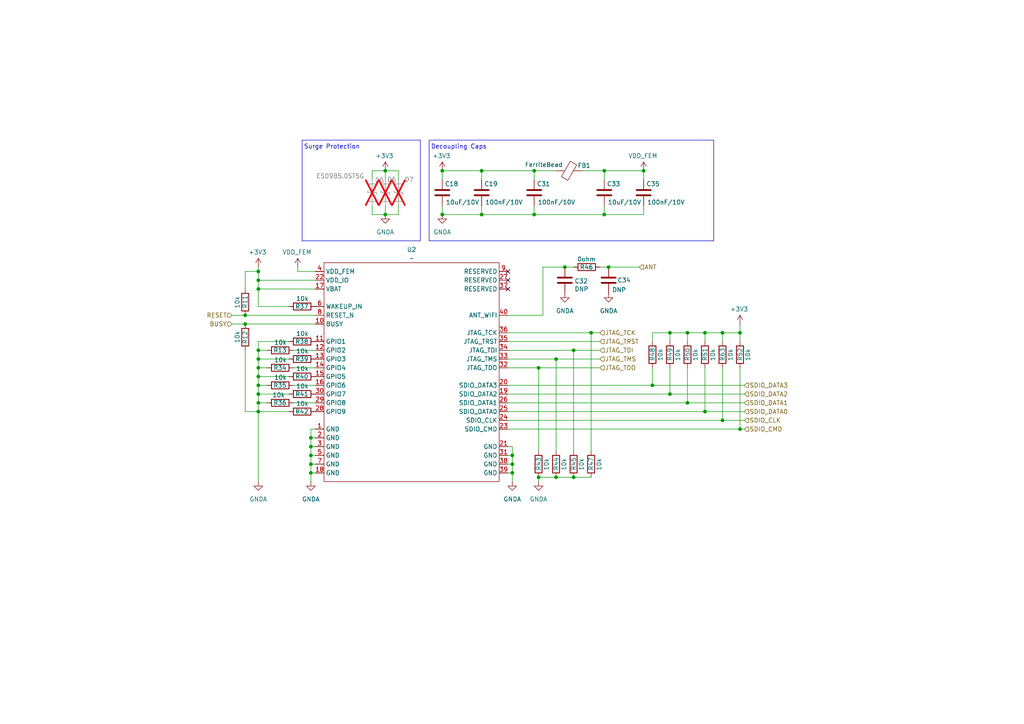
<source format=kicad_sch>
(kicad_sch (version 20231120) (generator "eeschema") (generator_version "8.0")
  (paper "A4")
  (lib_symbols
    (symbol "Device:C" (pin_numbers hide) (pin_names (offset 0.254))
      (property "Reference" "C" (at 0.635 2.54 0))
      (property "Value" "C" (at 0.635 -2.54 0))
      (symbol "C_0_1"
        (polyline (pts (xy -2.032 -0.762) (xy 2.032 -0.762)) (stroke (width 0.508)))
        (polyline (pts (xy -2.032 0.762) (xy 2.032 0.762)) (stroke (width 0.508)))
      )
      (symbol "C_1_1"
        (pin passive line (at 0 3.81 270) (length 2.794) (name "~") (number "1"))
        (pin passive line (at 0 -3.81 90) (length 2.794) (name "~") (number "2"))
      )
    )
    (symbol "Device:FerriteBead" (pin_numbers hide) (pin_names (offset 0))
      (property "Reference" "FB" (at -3.81 0.635 90))
      (property "Value" "FerriteBead" (at 3.81 0 90))
      (symbol "FerriteBead_0_1"
        (polyline (pts (xy 0 -1.27) (xy 0 -1.2192)))
        (polyline (pts (xy 0 1.27) (xy 0 1.2954)))
        (polyline (pts (xy -2.7686 0.4064) (xy -1.7018 2.2606) (xy 2.7686 -0.3048) (xy 1.6764 -2.159) (xy -2.7686 0.4064)))
      )
      (symbol "FerriteBead_1_1"
        (pin passive line (at 0 3.81 270) (length 2.54) (name "~") (number "1"))
        (pin passive line (at 0 -3.81 90) (length 2.54) (name "~") (number "2"))
      )
    )
    (symbol "Device:R" (pin_numbers hide) (pin_names (offset 0))
      (property "Reference" "R" (at 2.032 0 90))
      (property "Value" "R" (at 0 0 90))
      (symbol "R_0_1"
        (rectangle (start -1.016 -2.54) (end 1.016 2.54) (stroke (width 0.254)))
      )
      (symbol "R_1_1"
        (pin passive line (at 0 3.81 270) (length 1.27) (name "~") (number "1"))
        (pin passive line (at 0 -3.81 90) (length 1.27) (name "~") (number "2"))
      )
    )
    (symbol "Diode:ESD9B5.0ST5G" (pin_numbers hide) (pin_names (offset 1.016) hide)
      (property "Reference" "D" (at 0 2.54 0))
      (property "Value" "ESD9B5.0ST5G" (at 0 -2.54 0))
      (symbol "ESD9B5.0ST5G_0_1"
        (polyline (pts (xy 1.27 0) (xy -1.27 0)))
        (polyline (pts (xy -2.54 -1.27) (xy 0 0) (xy -2.54 1.27) (xy -2.54 -1.27)) (stroke (width 0.2032)))
        (polyline (pts (xy 0.508 1.27) (xy 0 1.27) (xy 0 -1.27) (xy -0.508 -1.27)) (stroke (width 0.2032)))
        (polyline (pts (xy 2.54 1.27) (xy 2.54 -1.27) (xy 0 0) (xy 2.54 1.27)) (stroke (width 0.2032)))
      )
      (symbol "ESD9B5.0ST5G_1_1"
        (pin passive line (at -3.81 0 0) (length 2.54) (name "A1") (number "1"))
        (pin passive line (at 3.81 0 180) (length 2.54) (name "A2") (number "2"))
      )
    )
    (symbol "FGH100M:FGH100MABMD"
      (property "Reference" "U" (at 0 0 0))
      (symbol "FGH100MABMD_0_1"
        (rectangle (start -25.4 33.02) (end 25.4 -30.48))
      )
      (symbol "FGH100MABMD_1_1"
        (pin power_in line (at -27.94 -15.24 0) (length 2.54) (name "GND") (number "1"))
        (pin bidirectional line (at -27.94 15.24 0) (length 2.54) (name "BUSY") (number "10"))
        (pin bidirectional line (at -27.94 10.16 0) (length 2.54) (name "GPIO1") (number "11"))
        (pin bidirectional line (at -27.94 7.62 0) (length 2.54) (name "GPIO2") (number "12"))
        (pin bidirectional line (at -27.94 5.08 0) (length 2.54) (name "GPIO3") (number "13"))
        (pin bidirectional line (at -27.94 2.54 0) (length 2.54) (name "GPIO4") (number "14"))
        (pin bidirectional line (at -27.94 0 0) (length 2.54) (name "GPIO5") (number "15"))
        (pin bidirectional line (at -27.94 -2.54 0) (length 2.54) (name "GPIO6") (number "16"))
        (pin power_in line (at -27.94 25.4 0) (length 2.54) (name "VBAT") (number "17"))
        (pin power_in line (at -27.94 -27.94 0) (length 2.54) (name "GND") (number "18"))
        (pin bidirectional line (at 27.94 -5.08 180) (length 2.54) (name "SDIO_DATA2") (number "19"))
        (pin power_in line (at -27.94 -17.78 0) (length 2.54) (name "GND") (number "2"))
        (pin bidirectional line (at 27.94 -2.54 180) (length 2.54) (name "SDIO_DATA3") (number "20"))
        (pin power_in line (at 27.94 -20.32 180) (length 2.54) (name "GND") (number "21"))
        (pin power_in line (at -27.94 27.94 0) (length 2.54) (name "VDD_IO") (number "22"))
        (pin bidirectional line (at 27.94 -15.24 180) (length 2.54) (name "SDIO_CMD") (number "23"))
        (pin bidirectional line (at 27.94 -12.7 180) (length 2.54) (name "SDIO_CLK") (number "24"))
        (pin bidirectional line (at 27.94 -10.16 180) (length 2.54) (name "SDIO_DATA0") (number "25"))
        (pin bidirectional line (at 27.94 -7.62 180) (length 2.54) (name "SDIO_DATA1") (number "26"))
        (pin no_connect line (at 27.94 27.94 180) (length 2.54) (name "RESERVED") (number "27"))
        (pin bidirectional line (at -27.94 -10.16 0) (length 2.54) (name "GPIO9") (number "28"))
        (pin bidirectional line (at -27.94 -7.62 0) (length 2.54) (name "GPIO8") (number "29"))
        (pin power_in line (at -27.94 -20.32 0) (length 2.54) (name "GND") (number "3"))
        (pin bidirectional line (at -27.94 -5.08 0) (length 2.54) (name "GPIO7") (number "30"))
        (pin power_in line (at 27.94 -22.86 180) (length 2.54) (name "GND") (number "31"))
        (pin bidirectional line (at 27.94 2.54 180) (length 2.54) (name "JTAG_TDO") (number "32"))
        (pin bidirectional line (at 27.94 5.08 180) (length 2.54) (name "JTAG_TMS") (number "33"))
        (pin bidirectional line (at 27.94 7.62 180) (length 2.54) (name "JTAG_TDI") (number "34"))
        (pin bidirectional line (at 27.94 10.16 180) (length 2.54) (name "JTAG_TRST") (number "35"))
        (pin bidirectional line (at 27.94 12.7 180) (length 2.54) (name "JTAG_TCK") (number "36"))
        (pin no_connect line (at 27.94 25.4 180) (length 2.54) (name "RESERVED") (number "37"))
        (pin power_in line (at 27.94 -25.4 180) (length 2.54) (name "GND") (number "38"))
        (pin power_in line (at 27.94 -27.94 180) (length 2.54) (name "GND") (number "39"))
        (pin power_in line (at -27.94 30.48 0) (length 2.54) (name "VDD_FEM") (number "4"))
        (pin bidirectional line (at 27.94 17.78 180) (length 2.54) (name "ANT_WIFI") (number "40"))
        (pin power_in line (at -27.94 -22.86 0) (length 2.54) (name "GND") (number "5"))
        (pin input line (at -27.94 20.32 0) (length 2.54) (name "WAKEUP_IN") (number "6"))
        (pin power_in line (at -27.94 -25.4 0) (length 2.54) (name "GND") (number "7"))
        (pin input line (at -27.94 17.78 0) (length 2.54) (name "RESET_N") (number "8"))
        (pin no_connect line (at 27.94 30.48 180) (length 2.54) (name "RESERVED") (number "9"))
      )
    )
    (symbol "power:+3V3" (power) (pin_numbers hide) (pin_names (offset 0) hide)
      (property "Value" "+3V3" (at 0 3.556 0))
      (symbol "+3V3_0_1"
        (polyline (pts (xy -0.762 1.27) (xy 0 2.54)))
        (polyline (pts (xy 0 0) (xy 0 2.54)))
        (polyline (pts (xy 0 2.54) (xy 0.762 1.27)))
      )
      (symbol "+3V3_1_1"
        (pin power_in line (at 0 0 90) (length 0) (name "~") (number "1"))
      )
    )
    (symbol "power:GNDA" (power) (pin_numbers hide) (pin_names (offset 0) hide)
      (property "Value" "GNDA" (at 0 -3.81 0))
      (symbol "GNDA_0_1"
        (polyline (pts (xy 0 0) (xy 0 -1.27) (xy 1.27 -1.27) (xy 0 -2.54) (xy -1.27 -1.27) (xy 0 -1.27)))
      )
      (symbol "GNDA_1_1"
        (pin power_in line (at 0 0 270) (length 0) (name "~") (number "1"))
      )
    )
  )
  (junction (at 154.94 49.53))
  (junction (at 74.93 101.6))
  (junction (at 204.47 96.52))
  (junction (at 139.7 49.53))
  (junction (at 194.31 114.3))
  (junction (at 128.27 62.23))
  (junction (at 171.45 96.52))
  (junction (at 166.37 101.6))
  (junction (at 194.31 96.52))
  (junction (at 74.93 116.84))
  (junction (at 74.93 106.68))
  (junction (at 214.63 96.52))
  (junction (at 148.59 132.08))
  (junction (at 74.93 114.3))
  (junction (at 139.7 62.23))
  (junction (at 74.93 109.22))
  (junction (at 199.39 116.84))
  (junction (at 161.29 138.43))
  (junction (at 148.59 137.16))
  (junction (at 189.23 111.76))
  (junction (at 90.17 137.16))
  (junction (at 90.17 127))
  (junction (at 209.55 121.92))
  (junction (at 90.17 134.62))
  (junction (at 176.53 77.47))
  (junction (at 186.69 49.53))
  (junction (at 156.21 106.68))
  (junction (at 148.59 134.62))
  (junction (at 111.76 49.53))
  (junction (at 175.26 49.53))
  (junction (at 166.37 138.43))
  (junction (at 74.93 104.14))
  (junction (at 156.21 138.43))
  (junction (at 111.76 62.23))
  (junction (at 90.17 129.54))
  (junction (at 74.93 83.82))
  (junction (at 161.29 104.14))
  (junction (at 74.93 119.38))
  (junction (at 128.27 49.53))
  (junction (at 209.55 96.52))
  (junction (at 199.39 96.52))
  (junction (at 71.12 93.98))
  (junction (at 74.93 78.74))
  (junction (at 163.83 77.47))
  (junction (at 204.47 119.38))
  (junction (at 74.93 81.28))
  (junction (at 154.94 62.23))
  (junction (at 71.12 91.44))
  (junction (at 74.93 111.76))
  (junction (at 90.17 132.08))
  (junction (at 214.63 124.46))
  (junction (at 175.26 62.23))
  (no_connect (at 147.32 83.82))
  (no_connect (at 147.32 78.74))
  (no_connect (at 147.32 81.28))
  (wire (pts (xy 85.09 101.6) (xy 91.44 101.6)))
  (wire (pts (xy 128.27 62.23) (xy 139.7 62.23)))
  (wire (pts (xy 90.17 127) (xy 90.17 129.54)))
  (wire (pts (xy 67.31 93.98) (xy 71.12 93.98)))
  (wire (pts (xy 74.93 83.82) (xy 74.93 88.9)))
  (wire (pts (xy 74.93 101.6) (xy 77.47 101.6)))
  (wire (pts (xy 154.94 62.23) (xy 175.26 62.23)))
  (wire (pts (xy 147.32 129.54) (xy 148.59 129.54)))
  (wire (pts (xy 74.93 81.28) (xy 74.93 83.82)))
  (wire (pts (xy 90.17 132.08) (xy 90.17 134.62)))
  (wire (pts (xy 147.32 137.16) (xy 148.59 137.16)))
  (wire (pts (xy 199.39 116.84) (xy 215.9 116.84)))
  (wire (pts (xy 147.32 106.68) (xy 156.21 106.68)))
  (wire (pts (xy 148.59 137.16) (xy 148.59 139.7)))
  (wire (pts (xy 156.21 106.68) (xy 156.21 130.81)))
  (wire (pts (xy 156.21 139.7) (xy 156.21 138.43)))
  (wire (pts (xy 128.27 59.69) (xy 128.27 62.23)))
  (wire (pts (xy 173.99 104.14) (xy 161.29 104.14)))
  (wire (pts (xy 199.39 96.52) (xy 199.39 99.06)))
  (wire (pts (xy 166.37 138.43) (xy 171.45 138.43)))
  (wire (pts (xy 209.55 96.52) (xy 209.55 99.06)))
  (wire (pts (xy 175.26 49.53) (xy 186.69 49.53)))
  (wire (pts (xy 157.48 77.47) (xy 157.48 91.44)))
  (wire (pts (xy 91.44 81.28) (xy 74.93 81.28)))
  (wire (pts (xy 147.32 114.3) (xy 194.31 114.3)))
  (wire (pts (xy 91.44 127) (xy 90.17 127)))
  (wire (pts (xy 173.99 77.47) (xy 176.53 77.47)))
  (wire (pts (xy 147.32 124.46) (xy 214.63 124.46)))
  (wire (pts (xy 175.26 62.23) (xy 186.69 62.23)))
  (wire (pts (xy 186.69 59.69) (xy 186.69 62.23)))
  (wire (pts (xy 74.93 109.22) (xy 74.93 111.76)))
  (wire (pts (xy 161.29 49.53) (xy 154.94 49.53)))
  (wire (pts (xy 189.23 111.76) (xy 215.9 111.76)))
  (wire (pts (xy 209.55 121.92) (xy 215.9 121.92)))
  (wire (pts (xy 194.31 106.68) (xy 194.31 114.3)))
  (wire (pts (xy 74.93 111.76) (xy 74.93 114.3)))
  (wire (pts (xy 214.63 96.52) (xy 214.63 99.06)))
  (wire (pts (xy 74.93 78.74) (xy 74.93 81.28)))
  (wire (pts (xy 147.32 111.76) (xy 189.23 111.76)))
  (wire (pts (xy 90.17 129.54) (xy 90.17 132.08)))
  (wire (pts (xy 147.32 96.52) (xy 171.45 96.52)))
  (wire (pts (xy 86.36 77.47) (xy 86.36 78.74)))
  (wire (pts (xy 204.47 119.38) (xy 215.9 119.38)))
  (wire (pts (xy 115.57 49.53) (xy 111.76 49.53)))
  (wire (pts (xy 83.82 119.38) (xy 74.93 119.38)))
  (wire (pts (xy 111.76 62.23) (xy 111.76 59.69)))
  (wire (pts (xy 74.93 88.9) (xy 83.82 88.9)))
  (wire (pts (xy 186.69 52.07) (xy 186.69 49.53)))
  (wire (pts (xy 91.44 134.62) (xy 90.17 134.62)))
  (wire (pts (xy 147.32 132.08) (xy 148.59 132.08)))
  (wire (pts (xy 91.44 129.54) (xy 90.17 129.54)))
  (wire (pts (xy 107.95 59.69) (xy 107.95 62.23)))
  (wire (pts (xy 83.82 109.22) (xy 74.93 109.22)))
  (wire (pts (xy 199.39 96.52) (xy 204.47 96.52)))
  (wire (pts (xy 74.93 106.68) (xy 77.47 106.68)))
  (wire (pts (xy 91.44 137.16) (xy 90.17 137.16)))
  (wire (pts (xy 139.7 49.53) (xy 154.94 49.53)))
  (wire (pts (xy 90.17 134.62) (xy 90.17 137.16)))
  (wire (pts (xy 173.99 101.6) (xy 166.37 101.6)))
  (wire (pts (xy 71.12 101.6) (xy 71.12 119.38)))
  (wire (pts (xy 74.93 101.6) (xy 74.93 104.14)))
  (wire (pts (xy 74.93 114.3) (xy 74.93 116.84)))
  (wire (pts (xy 74.93 78.74) (xy 71.12 78.74)))
  (wire (pts (xy 139.7 59.69) (xy 139.7 62.23)))
  (wire (pts (xy 74.93 99.06) (xy 74.93 101.6)))
  (wire (pts (xy 107.95 52.07) (xy 107.95 49.53)))
  (wire (pts (xy 83.82 114.3) (xy 74.93 114.3)))
  (wire (pts (xy 91.44 83.82) (xy 74.93 83.82)))
  (wire (pts (xy 67.31 91.44) (xy 71.12 91.44)))
  (wire (pts (xy 157.48 77.47) (xy 163.83 77.47)))
  (wire (pts (xy 74.93 111.76) (xy 77.47 111.76)))
  (wire (pts (xy 91.44 132.08) (xy 90.17 132.08)))
  (wire (pts (xy 214.63 93.98) (xy 214.63 96.52)))
  (wire (pts (xy 154.94 59.69) (xy 154.94 62.23)))
  (wire (pts (xy 74.93 104.14) (xy 74.93 106.68)))
  (wire (pts (xy 74.93 139.7) (xy 74.93 119.38)))
  (wire (pts (xy 194.31 114.3) (xy 215.9 114.3)))
  (wire (pts (xy 163.83 77.47) (xy 166.37 77.47)))
  (wire (pts (xy 204.47 96.52) (xy 209.55 96.52)))
  (wire (pts (xy 111.76 49.53) (xy 111.76 52.07)))
  (wire (pts (xy 214.63 124.46) (xy 215.9 124.46)))
  (wire (pts (xy 176.53 77.47) (xy 185.42 77.47)))
  (wire (pts (xy 199.39 106.68) (xy 199.39 116.84)))
  (wire (pts (xy 161.29 104.14) (xy 161.29 130.81)))
  (wire (pts (xy 189.23 99.06) (xy 189.23 96.52)))
  (wire (pts (xy 147.32 116.84) (xy 199.39 116.84)))
  (wire (pts (xy 71.12 93.98) (xy 91.44 93.98)))
  (wire (pts (xy 204.47 96.52) (xy 204.47 99.06)))
  (wire (pts (xy 107.95 49.53) (xy 111.76 49.53)))
  (wire (pts (xy 161.29 138.43) (xy 166.37 138.43)))
  (wire (pts (xy 156.21 138.43) (xy 161.29 138.43)))
  (wire (pts (xy 154.94 52.07) (xy 154.94 49.53)))
  (wire (pts (xy 148.59 129.54) (xy 148.59 132.08)))
  (wire (pts (xy 71.12 91.44) (xy 91.44 91.44)))
  (wire (pts (xy 115.57 59.69) (xy 115.57 62.23)))
  (wire (pts (xy 74.93 116.84) (xy 77.47 116.84)))
  (wire (pts (xy 90.17 137.16) (xy 90.17 139.7)))
  (wire (pts (xy 83.82 104.14) (xy 74.93 104.14)))
  (wire (pts (xy 154.94 62.23) (xy 139.7 62.23)))
  (wire (pts (xy 139.7 52.07) (xy 139.7 49.53)))
  (wire (pts (xy 107.95 62.23) (xy 111.76 62.23)))
  (wire (pts (xy 147.32 101.6) (xy 166.37 101.6)))
  (wire (pts (xy 189.23 106.68) (xy 189.23 111.76)))
  (wire (pts (xy 175.26 62.23) (xy 175.26 59.69)))
  (wire (pts (xy 175.26 52.07) (xy 175.26 49.53)))
  (wire (pts (xy 71.12 78.74) (xy 71.12 83.82)))
  (wire (pts (xy 147.32 119.38) (xy 204.47 119.38)))
  (wire (pts (xy 147.32 134.62) (xy 148.59 134.62)))
  (wire (pts (xy 148.59 134.62) (xy 148.59 137.16)))
  (wire (pts (xy 166.37 101.6) (xy 166.37 130.81)))
  (wire (pts (xy 194.31 96.52) (xy 199.39 96.52)))
  (wire (pts (xy 74.93 116.84) (xy 74.93 119.38)))
  (wire (pts (xy 90.17 124.46) (xy 90.17 127)))
  (wire (pts (xy 173.99 99.06) (xy 147.32 99.06)))
  (wire (pts (xy 115.57 52.07) (xy 115.57 49.53)))
  (wire (pts (xy 209.55 106.68) (xy 209.55 121.92)))
  (wire (pts (xy 168.91 49.53) (xy 175.26 49.53)))
  (wire (pts (xy 91.44 124.46) (xy 90.17 124.46)))
  (wire (pts (xy 147.32 121.92) (xy 209.55 121.92)))
  (wire (pts (xy 214.63 106.68) (xy 214.63 124.46)))
  (wire (pts (xy 85.09 116.84) (xy 91.44 116.84)))
  (wire (pts (xy 173.99 106.68) (xy 156.21 106.68)))
  (wire (pts (xy 86.36 78.74) (xy 91.44 78.74)))
  (wire (pts (xy 204.47 106.68) (xy 204.47 119.38)))
  (wire (pts (xy 74.93 106.68) (xy 74.93 109.22)))
  (wire (pts (xy 128.27 49.53) (xy 128.27 52.07)))
  (wire (pts (xy 171.45 96.52) (xy 171.45 130.81)))
  (wire (pts (xy 147.32 104.14) (xy 161.29 104.14)))
  (wire (pts (xy 115.57 62.23) (xy 111.76 62.23)))
  (wire (pts (xy 85.09 111.76) (xy 91.44 111.76)))
  (wire (pts (xy 85.09 106.68) (xy 91.44 106.68)))
  (wire (pts (xy 139.7 49.53) (xy 128.27 49.53)))
  (wire (pts (xy 157.48 91.44) (xy 147.32 91.44)))
  (wire (pts (xy 194.31 96.52) (xy 194.31 99.06)))
  (wire (pts (xy 173.99 96.52) (xy 171.45 96.52)))
  (wire (pts (xy 74.93 77.47) (xy 74.93 78.74)))
  (wire (pts (xy 83.82 99.06) (xy 74.93 99.06)))
  (wire (pts (xy 148.59 132.08) (xy 148.59 134.62)))
  (wire (pts (xy 189.23 96.52) (xy 194.31 96.52)))
  (wire (pts (xy 71.12 119.38) (xy 74.93 119.38)))
  (wire (pts (xy 209.55 96.52) (xy 214.63 96.52)))
  (rectangle (start 124.46 40.64) (end 207.01 69.85))
  (rectangle (start 87.63 40.64) (end 121.92 69.85))
  (text "Decoupling Caps" (at 133.096 42.672 0) (effects (font (size 1.27 1.27))))
  (text "Surge Protection" (at 96.266 42.672 0) (effects (font (size 1.27 1.27))))
  (hierarchical_label "SDIO_DATA2" (shape input) (at 215.9 114.3 0))
  (hierarchical_label "SDIO_DATA1" (shape input) (at 215.9 116.84 0))
  (hierarchical_label "SDIO_CLK" (shape input) (at 215.9 121.92 0))
  (hierarchical_label "JTAG_TMS" (shape input) (at 173.99 104.14 0))
  (hierarchical_label "JTAG_TDO" (shape input) (at 173.99 106.68 0))
  (hierarchical_label "SDIO_DATA0" (shape input) (at 215.9 119.38 0))
  (hierarchical_label "JTAG_TDI" (shape input) (at 173.99 101.6 0))
  (hierarchical_label "JTAG_TCK" (shape input) (at 173.99 96.52 0))
  (hierarchical_label "BUSY" (shape input) (at 67.31 93.98 180))
  (hierarchical_label "ANT" (shape input) (at 185.42 77.47 0))
  (hierarchical_label "RESET" (shape input) (at 67.31 91.44 180))
  (hierarchical_label "SDIO_DATA3" (shape input) (at 215.9 111.76 0))
  (hierarchical_label "SDIO_CMD" (shape input) (at 215.9 124.46 0))
  (hierarchical_label "JTAG_TRST" (shape input) (at 173.99 99.06 0))
  (symbol (lib_id "Device:R") (at 199.39 102.87 180) (unit 1)
    (property "Reference" "R50" (at 199.39 100.838 90) (effects (justify left)))
    (property "Value" "10k" (at 201.676 101.092 90) (effects (justify left)))
    (property "Footprint" "Capacitor_SMD:C_0603_1608Metric" (effects (hide yes)))
    (property "Description" "Resistor" (effects (hide yes)))
  )
  (symbol (lib_id "power:GNDA") (at 74.93 139.7 0) (unit 1)
    (property "Reference" "#PWR045" (effects (hide yes)))
    (property "Value" "GNDA" (at 74.93 144.78 0))
    (property "Description" "Power symbol creates a global label with name \"GNDA\" , analog ground" (effects (hide yes)))
  )
  (symbol (lib_id "Device:R") (at 81.28 111.76 270) (unit 1)
    (property "Reference" "R35" (at 79.248 111.76 90) (effects (justify left)))
    (property "Value" "10k" (at 79.502 109.474 90) (effects (justify left)))
    (property "Footprint" "Capacitor_SMD:C_0603_1608Metric" (effects (hide yes)))
    (property "Description" "Resistor" (effects (hide yes)))
  )
  (symbol (lib_id "Device:R") (at 71.12 87.63 180) (unit 1)
    (property "Reference" "R11" (at 71.12 85.598 90) (effects (justify left)))
    (property "Value" "10k" (at 68.834 85.852 90) (effects (justify left)))
    (property "Footprint" "Capacitor_SMD:C_0603_1608Metric" (effects (hide yes)))
    (property "Description" "Resistor" (effects (hide yes)))
  )
  (symbol (lib_id "Device:R") (at 81.28 101.6 270) (unit 1)
    (property "Reference" "R13" (at 79.248 101.6 90) (effects (justify left)))
    (property "Value" "10k" (at 79.502 99.314 90) (effects (justify left)))
    (property "Footprint" "Capacitor_SMD:C_0603_1608Metric" (effects (hide yes)))
    (property "Description" "Resistor" (effects (hide yes)))
  )
  (symbol (lib_id "power:+3V3") (at 111.76 49.53 0) (unit 1)
    (property "Reference" "#PWR059" (effects (hide yes)))
    (property "Value" "+3V3" (at 111.506 45.212 0))
    (property "Description" "Power symbol creates a global label with name \"+3V3\"" (effects (hide yes)))
  )
  (symbol (lib_id "FGH100M:FGH100MABMD") (at 119.38 109.22 0) (unit 1)
    (property "Reference" "U2" (at 119.38 72.39 0))
    (property "Value" "~" (at 119.38 74.93 0))
    (property "Footprint" "FGH100M:FGH100MABMD" (effects (hide yes)))
    (property "MANUF_PN" "FGH100MABMD" (effects (hide yes)))
  )
  (symbol (lib_id "power:+3V3") (at 128.27 49.53 0) (unit 1)
    (property "Reference" "#PWR061" (effects (hide yes)))
    (property "Value" "+3V3" (at 128.016 45.212 0))
    (property "Description" "Power symbol creates a global label with name \"+3V3\"" (effects (hide yes)))
  )
  (symbol (lib_id "Device:C") (at 176.53 81.28 0) (unit 1)
    (property "Reference" "C34" (at 179.07 81.28 0) (effects (justify left)))
    (property "Value" "DNP" (at 177.546 84.074 0) (effects (justify left)))
    (property "Footprint" "Capacitor_SMD:C_0603_1608Metric" (effects (hide yes)))
    (property "Description" "Unpolarized capacitor" (effects (hide yes)))
  )
  (symbol (lib_id "Device:R") (at 204.47 102.87 180) (unit 1)
    (property "Reference" "R51" (at 204.47 100.838 90) (effects (justify left)))
    (property "Value" "10k" (at 206.756 101.092 90) (effects (justify left)))
    (property "Footprint" "Capacitor_SMD:C_0603_1608Metric" (effects (hide yes)))
    (property "Description" "Resistor" (effects (hide yes)))
  )
  (symbol (lib_id "Device:R") (at 171.45 134.62 180) (unit 1)
    (property "Reference" "R47" (at 171.45 132.588 90) (effects (justify left)))
    (property "Value" "10k" (at 173.736 132.842 90) (effects (justify left)))
    (property "Footprint" "Capacitor_SMD:C_0603_1608Metric" (effects (hide yes)))
    (property "Description" "Resistor" (effects (hide yes)))
  )
  (symbol (lib_id "Device:R") (at 87.63 88.9 270) (unit 1)
    (property "Reference" "R37" (at 85.598 88.9 90) (effects (justify left)))
    (property "Value" "10k" (at 85.852 86.614 90) (effects (justify left)))
    (property "Footprint" "Capacitor_SMD:C_0603_1608Metric" (effects (hide yes)))
    (property "Description" "Resistor" (effects (hide yes)))
  )
  (symbol (lib_id "Device:R") (at 209.55 102.87 180) (unit 1)
    (property "Reference" "R63" (at 209.55 100.838 90) (effects (justify left)))
    (property "Value" "10k" (at 211.836 101.092 90) (effects (justify left)))
    (property "Footprint" "Capacitor_SMD:C_0603_1608Metric" (effects (hide yes)))
    (property "Description" "Resistor" (effects (hide yes)))
  )
  (symbol (lib_id "power:+3V3") (at 86.36 77.47 0) (unit 1)
    (property "Reference" "#PWR057" (effects (hide yes)))
    (property "Value" "VDD_FEM" (at 86.106 73.152 0))
    (property "Description" "Power symbol creates a global label with name \"+3V3\"" (effects (hide yes)))
  )
  (symbol (lib_id "Device:C") (at 186.69 55.88 0) (unit 1)
    (property "Reference" "C35" (at 187.452 53.34 0) (effects (justify left)))
    (property "Value" "100nF/10V" (at 187.706 58.674 0) (effects (justify left)))
    (property "Footprint" "Capacitor_SMD:C_0603_1608Metric" (effects (hide yes)))
    (property "Description" "Unpolarized capacitor" (effects (hide yes)))
  )
  (symbol (lib_id "Device:R") (at 189.23 102.87 180) (unit 1)
    (property "Reference" "R48" (at 189.23 100.838 90) (effects (justify left)))
    (property "Value" "10k" (at 191.516 101.092 90) (effects (justify left)))
    (property "Footprint" "Capacitor_SMD:C_0603_1608Metric" (effects (hide yes)))
    (property "Description" "Resistor" (effects (hide yes)))
  )
  (symbol (lib_id "power:+3V3") (at 214.63 93.98 0) (unit 1)
    (property "Reference" "#PWR068" (effects (hide yes)))
    (property "Value" "+3V3" (at 214.376 89.662 0))
    (property "Description" "Power symbol creates a global label with name \"+3V3\"" (effects (hide yes)))
  )
  (symbol (lib_id "power:GNDA") (at 111.76 62.23 0) (unit 1)
    (property "Reference" "#PWR060" (effects (hide yes)))
    (property "Value" "GNDA" (at 111.76 67.31 0))
    (property "Description" "Power symbol creates a global label with name \"GNDA\" , analog ground" (effects (hide yes)))
  )
  (symbol (lib_id "power:GNDA") (at 156.21 139.7 0) (unit 1)
    (property "Reference" "#PWR064" (effects (hide yes)))
    (property "Value" "GNDA" (at 156.21 144.78 0))
    (property "Description" "Power symbol creates a global label with name \"GNDA\" , analog ground" (effects (hide yes)))
  )
  (symbol (lib_id "Device:R") (at 81.28 116.84 270) (unit 1)
    (property "Reference" "R36" (at 79.248 116.84 90) (effects (justify left)))
    (property "Value" "10k" (at 78.994 114.554 90) (effects (justify left)))
    (property "Footprint" "Capacitor_SMD:C_0603_1608Metric" (effects (hide yes)))
    (property "Description" "Resistor" (effects (hide yes)))
  )
  (symbol (lib_id "Device:R") (at 87.63 99.06 270) (unit 1)
    (property "Reference" "R38" (at 85.598 99.06 90) (effects (justify left)))
    (property "Value" "10k" (at 85.852 96.774 90) (effects (justify left)))
    (property "Footprint" "Capacitor_SMD:C_0603_1608Metric" (effects (hide yes)))
    (property "Description" "Resistor" (effects (hide yes)))
  )
  (symbol (lib_id "Device:R") (at 194.31 102.87 180) (unit 1)
    (property "Reference" "R49" (at 194.31 100.838 90) (effects (justify left)))
    (property "Value" "10k" (at 196.596 101.092 90) (effects (justify left)))
    (property "Footprint" "Capacitor_SMD:C_0603_1608Metric" (effects (hide yes)))
    (property "Description" "Resistor" (effects (hide yes)))
  )
  (symbol (lib_id "Device:R") (at 170.18 77.47 270) (unit 1)
    (property "Reference" "R46" (at 168.148 77.47 90) (effects (justify left)))
    (property "Value" "0ohm" (at 167.386 75.184 90) (effects (justify left)))
    (property "Footprint" "Resistor_SMD:R_0603_1608Metric" (effects (hide yes)))
    (property "Description" "Resistor" (effects (hide yes)))
  )
  (symbol (lib_id "power:GNDA") (at 163.83 85.09 0) (unit 1)
    (property "Reference" "#PWR065" (effects (hide yes)))
    (property "Value" "GNDA" (at 163.83 90.17 0))
    (property "Description" "Power symbol creates a global label with name \"GNDA\" , analog ground" (effects (hide yes)))
  )
  (symbol (lib_id "Device:C") (at 175.26 55.88 0) (unit 1)
    (property "Reference" "C33" (at 176.022 53.34 0) (effects (justify left)))
    (property "Value" "10uF/10V" (at 176.276 58.674 0) (effects (justify left)))
    (property "Footprint" "Capacitor_SMD:C_0603_1608Metric" (effects (hide yes)))
    (property "Description" "Unpolarized capacitor" (effects (hide yes)))
  )
  (symbol (lib_id "Device:R") (at 87.63 104.14 270) (unit 1)
    (property "Reference" "R39" (at 85.598 104.14 90) (effects (justify left)))
    (property "Value" "10k" (at 85.852 101.854 90) (effects (justify left)))
    (property "Footprint" "Capacitor_SMD:C_0603_1608Metric" (effects (hide yes)))
    (property "Description" "Resistor" (effects (hide yes)))
  )
  (symbol (lib_id "Diode:ESD9B5.0ST5G") (at 115.57 55.88 90) (unit 1) (exclude_from_sim yes) (in_bom no) (on_board no) (dnp yes)
    (property "Reference" "D7" (at 117.348 52.07 90) (effects (justify right)))
    (property "Value" "ESD9B5.0ST5G" (effects (hide yes)))
    (property "Footprint" "Diode_SMD:D_SOD-923" (effects (hide yes)))
    (property "Datasheet" "https://www.digikey.ca/en/products/detail/onsemi/ESD9B5-0ST5G/1646449" (effects (hide yes)))
    (property "Description" "ESD protection diode, 5.0Vrwm, SOD-923" (effects (hide yes)))
  )
  (symbol (lib_id "Device:R") (at 214.63 102.87 180) (unit 1)
    (property "Reference" "R52" (at 214.63 100.838 90) (effects (justify left)))
    (property "Value" "10k" (at 216.916 101.092 90) (effects (justify left)))
    (property "Footprint" "Capacitor_SMD:C_0603_1608Metric" (effects (hide yes)))
    (property "Description" "Resistor" (effects (hide yes)))
  )
  (symbol (lib_id "power:+3V3") (at 186.69 49.53 0) (unit 1)
    (property "Reference" "#PWR067" (effects (hide yes)))
    (property "Value" "VDD_FEM" (at 186.436 45.212 0))
    (property "Description" "Power symbol creates a global label with name \"+3V3\"" (effects (hide yes)))
  )
  (symbol (lib_id "Device:R") (at 87.63 109.22 270) (unit 1)
    (property "Reference" "R40" (at 85.598 109.22 90) (effects (justify left)))
    (property "Value" "10k" (at 85.852 106.934 90) (effects (justify left)))
    (property "Footprint" "Capacitor_SMD:C_0603_1608Metric" (effects (hide yes)))
    (property "Description" "Resistor" (effects (hide yes)))
  )
  (symbol (lib_id "Device:FerriteBead") (at 165.1 49.53 90) (unit 1)
    (property "Reference" "FB1" (at 169.418 48.006 90))
    (property "Value" "FerriteBead" (at 157.734 47.752 90))
    (property "Footprint" "Capacitor_SMD:C_0603_1608Metric" (effects (hide yes)))
    (property "Datasheet" "https://www.digikey.com/en/products/detail/tai-tech-advanced-electronics-co-ltd/HCB-1608KF-181T20/17835480" (effects (hide yes)))
    (property "Description" "Ferrite bead" (effects (hide yes)))
    (property "MANUF_PN" "HCB 1608KF-181T20" (effects (hide yes)))
  )
  (symbol (lib_id "power:+3V3") (at 74.93 77.47 0) (unit 1)
    (property "Reference" "#PWR044" (effects (hide yes)))
    (property "Value" "+3V3" (at 74.676 73.152 0))
    (property "Description" "Power symbol creates a global label with name \"+3V3\"" (effects (hide yes)))
  )
  (symbol (lib_id "Device:R") (at 87.63 119.38 270) (unit 1)
    (property "Reference" "R42" (at 85.598 119.38 90) (effects (justify left)))
    (property "Value" "10k" (at 85.852 117.094 90) (effects (justify left)))
    (property "Footprint" "Capacitor_SMD:C_0603_1608Metric" (effects (hide yes)))
    (property "Description" "Resistor" (effects (hide yes)))
  )
  (symbol (lib_id "Device:C") (at 154.94 55.88 0) (unit 1)
    (property "Reference" "C31" (at 155.702 53.34 0) (effects (justify left)))
    (property "Value" "100nF/10V" (at 155.956 58.674 0) (effects (justify left)))
    (property "Footprint" "Capacitor_SMD:C_0603_1608Metric" (effects (hide yes)))
    (property "Description" "Unpolarized capacitor" (effects (hide yes)))
  )
  (symbol (lib_id "Device:R") (at 87.63 114.3 270) (unit 1)
    (property "Reference" "R41" (at 85.598 114.3 90) (effects (justify left)))
    (property "Value" "10k" (at 85.852 112.014 90) (effects (justify left)))
    (property "Footprint" "Capacitor_SMD:C_0603_1608Metric" (effects (hide yes)))
    (property "Description" "Resistor" (effects (hide yes)))
  )
  (symbol (lib_id "Device:R") (at 156.21 134.62 180) (unit 1)
    (property "Reference" "R43" (at 156.21 132.588 90) (effects (justify left)))
    (property "Value" "10k" (at 158.496 132.842 90) (effects (justify left)))
    (property "Footprint" "Capacitor_SMD:C_0603_1608Metric" (effects (hide yes)))
    (property "Description" "Resistor" (effects (hide yes)))
  )
  (symbol (lib_id "Diode:ESD9B5.0ST5G") (at 107.95 55.88 90) (unit 1) (exclude_from_sim yes) (in_bom no) (on_board no) (dnp yes)
    (property "Reference" "D5" (at 108.712 52.324 90) (effects (justify right)))
    (property "Value" "ESD9B5.0ST5G" (at 91.694 51.054 90) (effects (justify right)))
    (property "Footprint" "Diode_SMD:D_SOD-923" (effects (hide yes)))
    (property "Datasheet" "https://www.digikey.ca/en/products/detail/onsemi/ESD9B5-0ST5G/1646449" (effects (hide yes)))
    (property "Description" "ESD protection diode, 5.0Vrwm, SOD-923" (effects (hide yes)))
  )
  (symbol (lib_id "Device:C") (at 128.27 55.88 0) (unit 1)
    (property "Reference" "C18" (at 129.032 53.34 0) (effects (justify left)))
    (property "Value" "10uF/10V" (at 129.286 58.674 0) (effects (justify left)))
    (property "Footprint" "Capacitor_SMD:C_0603_1608Metric" (effects (hide yes)))
    (property "Description" "Unpolarized capacitor" (effects (hide yes)))
  )
  (symbol (lib_id "power:GNDA") (at 128.27 62.23 0) (unit 1)
    (property "Reference" "#PWR062" (effects (hide yes)))
    (property "Value" "GNDA" (at 128.27 67.31 0))
    (property "Description" "Power symbol creates a global label with name \"GNDA\" , analog ground" (effects (hide yes)))
  )
  (symbol (lib_id "Device:C") (at 163.83 81.28 0) (unit 1)
    (property "Reference" "C32" (at 166.624 81.534 0) (effects (justify left)))
    (property "Value" "DNP" (at 166.624 83.82 0) (effects (justify left)))
    (property "Footprint" "Capacitor_SMD:C_0603_1608Metric" (effects (hide yes)))
    (property "Description" "Unpolarized capacitor" (effects (hide yes)))
  )
  (symbol (lib_id "Diode:ESD9B5.0ST5G") (at 111.76 55.88 90) (unit 1) (exclude_from_sim yes) (in_bom no) (on_board no) (dnp yes)
    (property "Reference" "D6" (at 112.268 52.07 90) (effects (justify right)))
    (property "Value" "ESD9B5.0ST5G" (effects (hide yes)))
    (property "Footprint" "Diode_SMD:D_SOD-923" (effects (hide yes)))
    (property "Datasheet" "https://www.digikey.ca/en/products/detail/onsemi/ESD9B5-0ST5G/1646449" (effects (hide yes)))
    (property "Description" "ESD protection diode, 5.0Vrwm, SOD-923" (effects (hide yes)))
  )
  (symbol (lib_id "Device:C") (at 139.7 55.88 0) (unit 1)
    (property "Reference" "C19" (at 140.462 53.34 0) (effects (justify left)))
    (property "Value" "100nF/10V" (at 140.716 58.674 0) (effects (justify left)))
    (property "Footprint" "Capacitor_SMD:C_0603_1608Metric" (effects (hide yes)))
    (property "Description" "Unpolarized capacitor" (effects (hide yes)))
  )
  (symbol (lib_id "Device:R") (at 71.12 97.79 0) (unit 1)
    (property "Reference" "R12" (at 71.12 99.822 90) (effects (justify left)))
    (property "Value" "10k" (at 68.834 99.568 90) (effects (justify left)))
    (property "Footprint" "Capacitor_SMD:C_0603_1608Metric" (effects (hide yes)))
    (property "Description" "Resistor" (effects (hide yes)))
  )
  (symbol (lib_id "power:GNDA") (at 90.17 139.7 0) (unit 1)
    (property "Reference" "#PWR058" (effects (hide yes)))
    (property "Value" "GNDA" (at 90.17 144.78 0))
    (property "Description" "Power symbol creates a global label with name \"GNDA\" , analog ground" (effects (hide yes)))
  )
  (symbol (lib_id "Device:R") (at 161.29 134.62 180) (unit 1)
    (property "Reference" "R44" (at 161.29 132.588 90) (effects (justify left)))
    (property "Value" "10k" (at 163.576 132.842 90) (effects (justify left)))
    (property "Footprint" "Capacitor_SMD:C_0603_1608Metric" (effects (hide yes)))
    (property "Description" "Resistor" (effects (hide yes)))
  )
  (symbol (lib_id "power:GNDA") (at 148.59 139.7 0) (unit 1)
    (property "Reference" "#PWR063" (effects (hide yes)))
    (property "Value" "GNDA" (at 148.59 144.78 0))
    (property "Description" "Power symbol creates a global label with name \"GNDA\" , analog ground" (effects (hide yes)))
  )
  (symbol (lib_id "Device:R") (at 166.37 134.62 180) (unit 1)
    (property "Reference" "R45" (at 166.37 132.588 90) (effects (justify left)))
    (property "Value" "10k" (at 168.656 132.842 90) (effects (justify left)))
    (property "Footprint" "Capacitor_SMD:C_0603_1608Metric" (effects (hide yes)))
    (property "Description" "Resistor" (effects (hide yes)))
  )
  (symbol (lib_id "Device:R") (at 81.28 106.68 270) (unit 1)
    (property "Reference" "R34" (at 79.248 106.68 90) (effects (justify left)))
    (property "Value" "10k" (at 79.502 104.394 90) (effects (justify left)))
    (property "Footprint" "Capacitor_SMD:C_0603_1608Metric" (effects (hide yes)))
    (property "Description" "Resistor" (effects (hide yes)))
  )
  (symbol (lib_id "power:GNDA") (at 176.53 85.09 0) (unit 1)
    (property "Reference" "#PWR066" (effects (hide yes)))
    (property "Value" "GNDA" (at 176.53 90.17 0))
    (property "Description" "Power symbol creates a global label with name \"GNDA\" , analog ground" (effects (hide yes)))
  )
)
</source>
